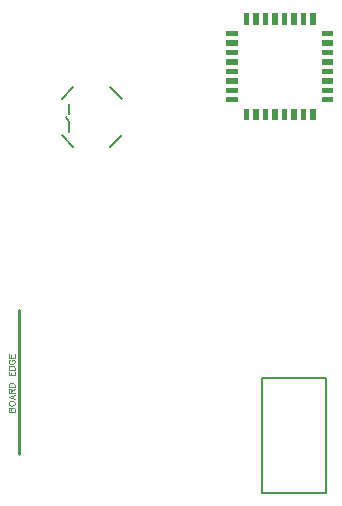
<source format=gbr>
G04 DipTrace Beta 2.9.0.1*
G04 TopAssy.gbr*
%MOIN*%
G04 #@! TF.FileFunction,Drawing,Top*
G04 #@! TF.Part,Single*
%ADD10C,0.009843*%
%ADD23C,0.008*%
%ADD24C,0.005*%
%ADD12C,0.003*%
%FSLAX26Y26*%
G04*
G70*
G90*
G75*
G01*
G04 TopAssy*
%LPD*%
X396515Y954652D2*
D10*
Y1433392D1*
X700620Y2177500D2*
D23*
X739988Y2138120D1*
Y2016880D2*
X700620Y1977500D1*
X579380D2*
X540012Y2016880D1*
Y2138120D2*
X579380Y2177500D1*
X564988Y2027500D2*
D24*
Y2059980D1*
X554964Y2077900D1*
X564988Y2086560D2*
Y2121400D1*
G36*
X1147768Y2104510D2*
X1165810D1*
Y2065516D1*
X1147768D1*
Y2104510D1*
G37*
G36*
X1179273D2*
X1197276D1*
Y2065516D1*
X1179273D1*
Y2104510D1*
G37*
G36*
X1210740D2*
X1228782D1*
Y2065516D1*
X1210740D1*
Y2104510D1*
G37*
G36*
X1242246D2*
X1260288D1*
Y2065516D1*
X1242246D1*
Y2104510D1*
G37*
G36*
X1273751D2*
X1291793D1*
Y2065516D1*
X1273751D1*
Y2104510D1*
G37*
G36*
X1305257D2*
X1323260D1*
Y2065516D1*
X1305257D1*
Y2104510D1*
G37*
G36*
X1336724D2*
X1354766D1*
Y2065516D1*
X1336724D1*
Y2104510D1*
G37*
G36*
X1368229D2*
X1386271D1*
Y2065516D1*
X1368229D1*
Y2104510D1*
G37*
G36*
X1406990Y2143271D2*
X1446023D1*
Y2125306D1*
X1406990D1*
Y2143271D1*
G37*
G36*
Y2174776D2*
X1446023D1*
Y2156773D1*
X1406990D1*
Y2174776D1*
G37*
G36*
Y2206243D2*
X1446023D1*
Y2188279D1*
X1406990D1*
Y2206243D1*
G37*
G36*
Y2237749D2*
X1446023D1*
Y2219784D1*
X1406990D1*
Y2237749D1*
G37*
G36*
Y2269254D2*
X1446023D1*
Y2251290D1*
X1406990D1*
Y2269254D1*
G37*
G36*
Y2300760D2*
X1446023D1*
Y2282757D1*
X1406990D1*
Y2300760D1*
G37*
G36*
Y2332227D2*
X1446023D1*
Y2314262D1*
X1406990D1*
Y2332227D1*
G37*
G36*
Y2363732D2*
X1446023D1*
Y2345768D1*
X1406990D1*
Y2363732D1*
G37*
G36*
X1368229Y2423484D2*
X1386271D1*
Y2384529D1*
X1368229D1*
Y2423484D1*
G37*
G36*
X1336724D2*
X1354766D1*
Y2384529D1*
X1336724D1*
Y2423484D1*
G37*
G36*
X1305257D2*
X1323260D1*
Y2384529D1*
X1305257D1*
Y2423484D1*
G37*
G36*
X1273751D2*
X1291793D1*
Y2384529D1*
X1273751D1*
Y2423484D1*
G37*
G36*
X1242246D2*
X1260288D1*
Y2384529D1*
X1242246D1*
Y2423484D1*
G37*
G36*
X1210740D2*
X1228782D1*
Y2384529D1*
X1210740D1*
Y2423484D1*
G37*
G36*
X1179273D2*
X1197276D1*
Y2384529D1*
X1179273D1*
Y2423484D1*
G37*
G36*
X1147768D2*
X1165810D1*
Y2384529D1*
X1147768D1*
Y2423484D1*
G37*
G36*
X1088016Y2363732D2*
X1127010D1*
Y2345768D1*
X1088016D1*
Y2363732D1*
G37*
G36*
Y2332227D2*
X1127010D1*
Y2314262D1*
X1088016D1*
Y2332227D1*
G37*
G36*
Y2300760D2*
X1127010D1*
Y2282757D1*
X1088016D1*
Y2300760D1*
G37*
G36*
Y2269254D2*
X1127010D1*
Y2251290D1*
X1088016D1*
Y2269254D1*
G37*
G36*
Y2237749D2*
X1127010D1*
Y2219784D1*
X1088016D1*
Y2237749D1*
G37*
G36*
Y2206243D2*
X1127010D1*
Y2188279D1*
X1088016D1*
Y2206243D1*
G37*
G36*
Y2174776D2*
X1127010D1*
Y2156773D1*
X1088016D1*
Y2174776D1*
G37*
G36*
Y2143271D2*
X1127010D1*
Y2125306D1*
X1088016D1*
Y2143271D1*
G37*
X1208030Y824118D2*
D23*
X1420618D1*
Y1207976D1*
X1208030D1*
Y824118D1*
X363143Y1094600D2*
D12*
X383239D1*
Y1103222D1*
X382266Y1106096D1*
X381316Y1107047D1*
X379414Y1107997D1*
X376540D1*
X374617Y1107047D1*
X373666Y1106096D1*
X372716Y1103222D1*
X371743Y1106096D1*
X370792Y1107047D1*
X368891Y1107997D1*
X366968D1*
X365066Y1107047D1*
X364094Y1106096D1*
X363143Y1103222D1*
Y1094600D1*
X372716D2*
Y1103222D1*
X363143Y1119921D2*
X364094Y1117998D1*
X366017Y1116096D1*
X367918Y1115124D1*
X370792Y1114173D1*
X375590D1*
X378442Y1115124D1*
X380365Y1116096D1*
X382266Y1117998D1*
X383239Y1119921D1*
Y1123746D1*
X382266Y1125647D1*
X380365Y1127570D1*
X378442Y1128521D1*
X375590Y1129472D1*
X370792D1*
X367918Y1128521D1*
X366017Y1127570D1*
X364094Y1125647D1*
X363143Y1123746D1*
Y1119921D1*
X383239Y1150968D2*
X363143Y1143297D1*
X383239Y1135647D1*
X376540Y1138521D2*
Y1148094D1*
X372716Y1157144D2*
Y1165744D1*
X371743Y1168618D1*
X370792Y1169590D1*
X368891Y1170541D1*
X366968D1*
X365066Y1169590D1*
X364094Y1168618D1*
X363143Y1165744D1*
Y1157144D1*
X383239D1*
X372716Y1163842D2*
X383239Y1170541D1*
X363143Y1176717D2*
X383239D1*
Y1183415D1*
X382266Y1186289D1*
X380365Y1188213D1*
X378442Y1189163D1*
X375590Y1190114D1*
X370792D1*
X367918Y1189163D1*
X366017Y1188213D1*
X364094Y1186289D1*
X363143Y1183415D1*
Y1176717D1*
Y1228155D2*
Y1215730D1*
X383239D1*
Y1228155D1*
X372716Y1215730D2*
Y1223379D1*
X363143Y1234330D2*
X383239D1*
Y1241029D1*
X382266Y1243903D1*
X380365Y1245826D1*
X378442Y1246777D1*
X375590Y1247728D1*
X370792D1*
X367918Y1246777D1*
X366017Y1245826D1*
X364094Y1243903D1*
X363143Y1241029D1*
Y1234330D1*
X367918Y1268251D2*
X366017Y1267301D1*
X364094Y1265377D1*
X363143Y1263476D1*
Y1259651D1*
X364094Y1257728D1*
X366017Y1255827D1*
X367918Y1254854D1*
X370792Y1253903D1*
X375590D1*
X378442Y1254854D1*
X380365Y1255827D1*
X382266Y1257728D1*
X383239Y1259651D1*
Y1263476D1*
X382266Y1265377D1*
X380365Y1267301D1*
X378442Y1268251D1*
X375590D1*
Y1263476D1*
X363143Y1286852D2*
Y1274427D1*
X383239D1*
Y1286852D1*
X372716Y1274427D2*
Y1282076D1*
M02*

</source>
